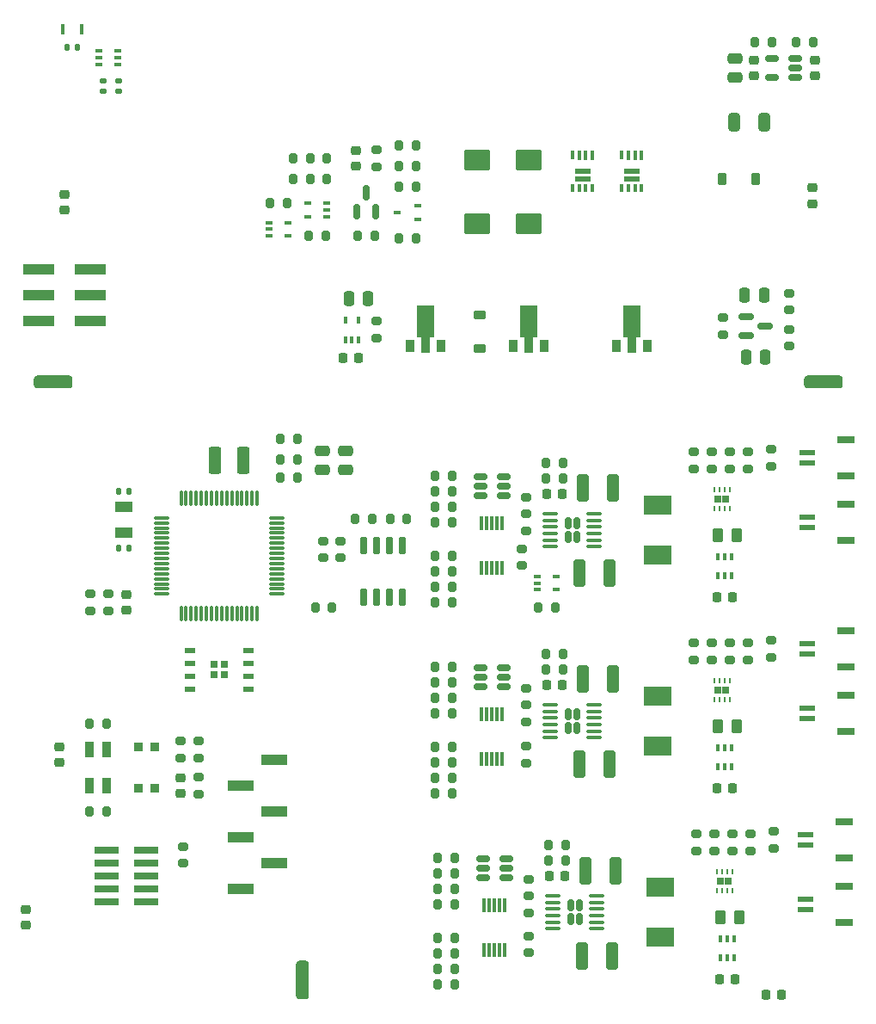
<source format=gbr>
%TF.GenerationSoftware,KiCad,Pcbnew,7.0.5*%
%TF.CreationDate,2023-06-30T17:38:18-04:00*%
%TF.ProjectId,magnetotorqer-drive-board,6d61676e-6574-46f7-946f-727165722d64,A*%
%TF.SameCoordinates,Original*%
%TF.FileFunction,Paste,Top*%
%TF.FilePolarity,Positive*%
%FSLAX46Y46*%
G04 Gerber Fmt 4.6, Leading zero omitted, Abs format (unit mm)*
G04 Created by KiCad (PCBNEW 7.0.5) date 2023-06-30 17:38:18*
%MOMM*%
%LPD*%
G01*
G04 APERTURE LIST*
G04 Aperture macros list*
%AMRoundRect*
0 Rectangle with rounded corners*
0 $1 Rounding radius*
0 $2 $3 $4 $5 $6 $7 $8 $9 X,Y pos of 4 corners*
0 Add a 4 corners polygon primitive as box body*
4,1,4,$2,$3,$4,$5,$6,$7,$8,$9,$2,$3,0*
0 Add four circle primitives for the rounded corners*
1,1,$1+$1,$2,$3*
1,1,$1+$1,$4,$5*
1,1,$1+$1,$6,$7*
1,1,$1+$1,$8,$9*
0 Add four rect primitives between the rounded corners*
20,1,$1+$1,$2,$3,$4,$5,0*
20,1,$1+$1,$4,$5,$6,$7,0*
20,1,$1+$1,$6,$7,$8,$9,0*
20,1,$1+$1,$8,$9,$2,$3,0*%
%AMFreePoly0*
4,1,9,3.862500,-0.866500,0.737500,-0.866500,0.737500,-0.450000,-0.737500,-0.450000,-0.737500,0.450000,0.737500,0.450000,0.737500,0.866500,3.862500,0.866500,3.862500,-0.866500,3.862500,-0.866500,$1*%
G04 Aperture macros list end*
%ADD10RoundRect,0.200000X0.275000X-0.200000X0.275000X0.200000X-0.275000X0.200000X-0.275000X-0.200000X0*%
%ADD11RoundRect,0.200000X-0.200000X-0.275000X0.200000X-0.275000X0.200000X0.275000X-0.200000X0.275000X0*%
%ADD12R,2.790000X1.903000*%
%ADD13RoundRect,0.200000X-0.275000X0.200000X-0.275000X-0.200000X0.275000X-0.200000X0.275000X0.200000X0*%
%ADD14RoundRect,0.200000X0.200000X0.275000X-0.200000X0.275000X-0.200000X-0.275000X0.200000X-0.275000X0*%
%ADD15RoundRect,0.225000X-0.250000X0.225000X-0.250000X-0.225000X0.250000X-0.225000X0.250000X0.225000X0*%
%ADD16R,1.550000X0.600000*%
%ADD17R,1.800000X0.800000*%
%ADD18RoundRect,0.225000X-0.225000X-0.250000X0.225000X-0.250000X0.225000X0.250000X-0.225000X0.250000X0*%
%ADD19RoundRect,0.225000X0.250000X-0.225000X0.250000X0.225000X-0.250000X0.225000X-0.250000X-0.225000X0*%
%ADD20RoundRect,0.250000X-0.262500X-0.450000X0.262500X-0.450000X0.262500X0.450000X-0.262500X0.450000X0*%
%ADD21R,2.400000X0.740000*%
%ADD22R,0.850000X1.600000*%
%ADD23RoundRect,0.140000X-0.140000X-0.170000X0.140000X-0.170000X0.140000X0.170000X-0.140000X0.170000X0*%
%ADD24RoundRect,0.250000X0.325000X1.100000X-0.325000X1.100000X-0.325000X-1.100000X0.325000X-1.100000X0*%
%ADD25RoundRect,0.150000X0.512500X0.150000X-0.512500X0.150000X-0.512500X-0.150000X0.512500X-0.150000X0*%
%ADD26R,0.340000X0.969500*%
%ADD27R,2.510000X1.000000*%
%ADD28R,0.300000X1.400000*%
%ADD29RoundRect,0.225000X-0.375000X0.225000X-0.375000X-0.225000X0.375000X-0.225000X0.375000X0.225000X0*%
%ADD30RoundRect,0.317500X-0.317500X1.587500X-0.317500X-1.587500X0.317500X-1.587500X0.317500X1.587500X0*%
%ADD31RoundRect,0.135000X0.185000X-0.135000X0.185000X0.135000X-0.185000X0.135000X-0.185000X-0.135000X0*%
%ADD32R,0.650000X0.400000*%
%ADD33RoundRect,0.250000X-0.250000X-0.475000X0.250000X-0.475000X0.250000X0.475000X-0.250000X0.475000X0*%
%ADD34R,0.700000X0.450000*%
%ADD35RoundRect,0.317500X-1.587500X-0.317500X1.587500X-0.317500X1.587500X0.317500X-1.587500X0.317500X0*%
%ADD36RoundRect,0.250000X0.475000X-0.250000X0.475000X0.250000X-0.475000X0.250000X-0.475000X-0.250000X0*%
%ADD37R,0.400000X0.650000*%
%ADD38RoundRect,0.225000X-0.225000X-0.375000X0.225000X-0.375000X0.225000X0.375000X-0.225000X0.375000X0*%
%ADD39R,1.800000X1.000000*%
%ADD40R,0.650000X0.750000*%
%ADD41R,0.250000X0.500000*%
%ADD42R,0.370000X1.000000*%
%ADD43RoundRect,0.250000X1.025000X-0.787500X1.025000X0.787500X-1.025000X0.787500X-1.025000X-0.787500X0*%
%ADD44R,0.800000X0.800000*%
%ADD45R,1.100000X0.500000*%
%ADD46RoundRect,0.150000X-0.587500X-0.150000X0.587500X-0.150000X0.587500X0.150000X-0.587500X0.150000X0*%
%ADD47R,3.150000X1.000000*%
%ADD48RoundRect,0.167500X-0.167500X-0.407500X0.167500X-0.407500X0.167500X0.407500X-0.167500X0.407500X0*%
%ADD49RoundRect,0.100000X-0.625000X-0.100000X0.625000X-0.100000X0.625000X0.100000X-0.625000X0.100000X0*%
%ADD50RoundRect,0.250000X0.325000X0.650000X-0.325000X0.650000X-0.325000X-0.650000X0.325000X-0.650000X0*%
%ADD51R,0.900000X1.300000*%
%ADD52FreePoly0,90.000000*%
%ADD53RoundRect,0.225000X0.225000X0.250000X-0.225000X0.250000X-0.225000X-0.250000X0.225000X-0.250000X0*%
%ADD54RoundRect,0.135000X-0.135000X-0.185000X0.135000X-0.185000X0.135000X0.185000X-0.135000X0.185000X0*%
%ADD55RoundRect,0.150000X0.150000X-0.725000X0.150000X0.725000X-0.150000X0.725000X-0.150000X-0.725000X0*%
%ADD56RoundRect,0.250000X-0.375000X-1.075000X0.375000X-1.075000X0.375000X1.075000X-0.375000X1.075000X0*%
%ADD57RoundRect,0.150000X0.150000X-0.587500X0.150000X0.587500X-0.150000X0.587500X-0.150000X-0.587500X0*%
%ADD58RoundRect,0.317500X1.587500X0.317500X-1.587500X0.317500X-1.587500X-0.317500X1.587500X-0.317500X0*%
%ADD59R,0.900000X0.900000*%
%ADD60RoundRect,0.250000X0.250000X0.475000X-0.250000X0.475000X-0.250000X-0.475000X0.250000X-0.475000X0*%
%ADD61RoundRect,0.075000X-0.662500X-0.075000X0.662500X-0.075000X0.662500X0.075000X-0.662500X0.075000X0*%
%ADD62RoundRect,0.075000X-0.075000X-0.662500X0.075000X-0.662500X0.075000X0.662500X-0.075000X0.662500X0*%
G04 APERTURE END LIST*
%TO.C,Q5*%
G36*
X129415000Y-68283500D02*
G01*
X129075000Y-68283500D01*
X129075000Y-67542600D01*
X129413000Y-67542600D01*
X129415000Y-68283500D01*
G37*
G36*
X129415000Y-65189000D02*
G01*
X129075000Y-65189000D01*
X129075000Y-64219500D01*
X129413000Y-64219500D01*
X129415000Y-65189000D01*
G37*
G36*
X129032000Y-67267500D02*
G01*
X127508000Y-67267500D01*
X127508000Y-66759500D01*
X129032000Y-66759500D01*
X129032000Y-67267500D01*
G37*
G36*
X129032000Y-66505500D02*
G01*
X127508000Y-66505500D01*
X127508000Y-65997500D01*
X129032000Y-65997500D01*
X129032000Y-66505500D01*
G37*
G36*
X128767000Y-65189000D02*
G01*
X128427000Y-65189000D01*
X128427000Y-64219500D01*
X128765000Y-64219500D01*
X128767000Y-65189000D01*
G37*
G36*
X128765000Y-68283500D02*
G01*
X128425000Y-68283500D01*
X128425000Y-67542600D01*
X128763000Y-67542600D01*
X128765000Y-68283500D01*
G37*
G36*
X128117000Y-65189000D02*
G01*
X127777000Y-65189000D01*
X127777000Y-64219500D01*
X128115000Y-64219500D01*
X128117000Y-65189000D01*
G37*
G36*
X128115000Y-68283500D02*
G01*
X127775000Y-68283500D01*
X127775000Y-67542600D01*
X128113000Y-67542600D01*
X128115000Y-68283500D01*
G37*
G36*
X127465000Y-68283500D02*
G01*
X127125000Y-68283500D01*
X127125000Y-67542600D01*
X127463000Y-67542600D01*
X127465000Y-68283500D01*
G37*
%TO.C,Q6*%
G36*
X124565000Y-68283500D02*
G01*
X124225000Y-68283500D01*
X124225000Y-67542600D01*
X124563000Y-67542600D01*
X124565000Y-68283500D01*
G37*
G36*
X124565000Y-65189000D02*
G01*
X124225000Y-65189000D01*
X124225000Y-64219500D01*
X124563000Y-64219500D01*
X124565000Y-65189000D01*
G37*
G36*
X124182000Y-67267500D02*
G01*
X122658000Y-67267500D01*
X122658000Y-66759500D01*
X124182000Y-66759500D01*
X124182000Y-67267500D01*
G37*
G36*
X124182000Y-66505500D02*
G01*
X122658000Y-66505500D01*
X122658000Y-65997500D01*
X124182000Y-65997500D01*
X124182000Y-66505500D01*
G37*
G36*
X123917000Y-65189000D02*
G01*
X123577000Y-65189000D01*
X123577000Y-64219500D01*
X123915000Y-64219500D01*
X123917000Y-65189000D01*
G37*
G36*
X123915000Y-68283500D02*
G01*
X123575000Y-68283500D01*
X123575000Y-67542600D01*
X123913000Y-67542600D01*
X123915000Y-68283500D01*
G37*
G36*
X123267000Y-65189000D02*
G01*
X122927000Y-65189000D01*
X122927000Y-64219500D01*
X123265000Y-64219500D01*
X123267000Y-65189000D01*
G37*
G36*
X123265000Y-68283500D02*
G01*
X122925000Y-68283500D01*
X122925000Y-67542600D01*
X123263000Y-67542600D01*
X123265000Y-68283500D01*
G37*
G36*
X122615000Y-68283500D02*
G01*
X122275000Y-68283500D01*
X122275000Y-67542600D01*
X122613000Y-67542600D01*
X122615000Y-68283500D01*
G37*
%TD*%
D10*
%TO.C,R28*%
X143764000Y-83502000D03*
X143764000Y-81852000D03*
%TD*%
D11*
%TO.C,R4*%
X96583000Y-65024000D03*
X98233000Y-65024000D03*
%TD*%
D12*
%TO.C,L2*%
X130810000Y-104026500D03*
X130810000Y-99173500D03*
%TD*%
D11*
%TO.C,R41*%
X104458000Y-100457000D03*
X106108000Y-100457000D03*
%TD*%
D13*
%TO.C,R90*%
X136144000Y-112713000D03*
X136144000Y-114363000D03*
%TD*%
D14*
%TO.C,R26*%
X146113000Y-53594000D03*
X144463000Y-53594000D03*
%TD*%
D11*
%TO.C,R67*%
X119825000Y-96520000D03*
X121475000Y-96520000D03*
%TD*%
D15*
%TO.C,C42*%
X71882000Y-122923000D03*
X71882000Y-124473000D03*
%TD*%
D16*
%TO.C,J2*%
X145528000Y-101338000D03*
X145528000Y-100338000D03*
D17*
X149353000Y-102638000D03*
X149353000Y-99038000D03*
%TD*%
D13*
%TO.C,R91*%
X137922000Y-112713000D03*
X137922000Y-114363000D03*
%TD*%
D11*
%TO.C,R79*%
X108903000Y-116586000D03*
X110553000Y-116586000D03*
%TD*%
D18*
%TO.C,C73*%
X120129000Y-135636000D03*
X121679000Y-135636000D03*
%TD*%
D19*
%TO.C,C2*%
X146050000Y-69482000D03*
X146050000Y-67932000D03*
%TD*%
D11*
%TO.C,R97*%
X109157000Y-133858000D03*
X110807000Y-133858000D03*
%TD*%
D20*
%TO.C,R74*%
X136755500Y-120904000D03*
X138580500Y-120904000D03*
%TD*%
D21*
%TO.C,P4*%
X76536000Y-133096000D03*
X80436000Y-133096000D03*
X76536000Y-134366000D03*
X80436000Y-134366000D03*
X76536000Y-135636000D03*
X80436000Y-135636000D03*
X76536000Y-136906000D03*
X80436000Y-136906000D03*
X76536000Y-138176000D03*
X80436000Y-138176000D03*
%TD*%
D19*
%TO.C,C30*%
X83820000Y-127521000D03*
X83820000Y-125971000D03*
%TD*%
D11*
%TO.C,R6*%
X96457000Y-72644000D03*
X98107000Y-72644000D03*
%TD*%
D13*
%TO.C,R111*%
X139954000Y-131509000D03*
X139954000Y-133159000D03*
%TD*%
D22*
%TO.C,D5*%
X74817000Y-126718000D03*
X76567000Y-126718000D03*
X76567000Y-123218000D03*
X74817000Y-123218000D03*
%TD*%
D11*
%TO.C,R58*%
X108903000Y-108712000D03*
X110553000Y-108712000D03*
%TD*%
D10*
%TO.C,R12*%
X142240000Y-132905000D03*
X142240000Y-131255000D03*
%TD*%
D13*
%TO.C,R66*%
X117475000Y-103442000D03*
X117475000Y-105092000D03*
%TD*%
D14*
%TO.C,R53*%
X76517000Y-129273000D03*
X74867000Y-129273000D03*
%TD*%
D23*
%TO.C,C28*%
X77752000Y-97790000D03*
X78712000Y-97790000D03*
%TD*%
D24*
%TO.C,C76*%
X126697000Y-135128000D03*
X123747000Y-135128000D03*
%TD*%
D15*
%TO.C,C14*%
X101092001Y-64248999D03*
X101092001Y-65798999D03*
%TD*%
D13*
%TO.C,R18*%
X103124001Y-64198999D03*
X103124001Y-65848999D03*
%TD*%
D16*
%TO.C,J4*%
X145528000Y-120134000D03*
X145528000Y-119134000D03*
D17*
X149353000Y-121434000D03*
X149353000Y-117834000D03*
%TD*%
D25*
%TO.C,U22*%
X115879500Y-135824000D03*
X115879500Y-134874000D03*
X115879500Y-133924000D03*
X113604500Y-133924000D03*
X113604500Y-134874000D03*
X113604500Y-135824000D03*
%TD*%
D26*
%TO.C,Q5*%
X127295000Y-64704250D03*
%TD*%
D14*
%TO.C,R5*%
X94297000Y-69453999D03*
X92647000Y-69453999D03*
%TD*%
D11*
%TO.C,R86*%
X119825000Y-115316000D03*
X121475000Y-115316000D03*
%TD*%
D13*
%TO.C,R85*%
X117856000Y-122873000D03*
X117856000Y-124523000D03*
%TD*%
D27*
%TO.C,P2*%
X89785000Y-136906000D03*
X93095000Y-134366000D03*
X89785000Y-131826000D03*
X93095000Y-129286000D03*
X89785000Y-126746000D03*
X93095000Y-124206000D03*
%TD*%
D19*
%TO.C,C12*%
X140335000Y-56909000D03*
X140335000Y-55359000D03*
%TD*%
D28*
%TO.C,U18*%
X115488000Y-119720000D03*
X114988000Y-119720000D03*
X114488000Y-119720000D03*
X113988000Y-119720000D03*
X113488000Y-119720000D03*
X113488000Y-124120000D03*
X113988000Y-124120000D03*
X114488000Y-124120000D03*
X114988000Y-124120000D03*
X115488000Y-124120000D03*
%TD*%
D16*
%TO.C,J7*%
X145367000Y-132580000D03*
X145367000Y-131580000D03*
D17*
X149192000Y-133880000D03*
X149192000Y-130280000D03*
%TD*%
D29*
%TO.C,D4*%
X113284000Y-80392000D03*
X113284000Y-83692000D03*
%TD*%
D30*
%TO.C,TP2*%
X95885000Y-145872200D03*
%TD*%
D11*
%TO.C,R9*%
X97092000Y-109220000D03*
X98742000Y-109220000D03*
%TD*%
D10*
%TO.C,R70*%
X134366000Y-95567000D03*
X134366000Y-93917000D03*
%TD*%
D31*
%TO.C,R33*%
X76200000Y-58422000D03*
X76200000Y-57402000D03*
%TD*%
D15*
%TO.C,C31*%
X78486000Y-107937000D03*
X78486000Y-109487000D03*
%TD*%
D25*
%TO.C,U5*%
X144393500Y-57084000D03*
X144393500Y-56134000D03*
X144393500Y-55184000D03*
X142118500Y-55184000D03*
X142118500Y-57084000D03*
%TD*%
D11*
%TO.C,R98*%
X109157000Y-135382000D03*
X110807000Y-135382000D03*
%TD*%
D10*
%TO.C,R38*%
X74930000Y-109537000D03*
X74930000Y-107887000D03*
%TD*%
D14*
%TO.C,R16*%
X102933001Y-72644001D03*
X101283001Y-72644001D03*
%TD*%
D13*
%TO.C,R73*%
X139700000Y-93917000D03*
X139700000Y-95567000D03*
%TD*%
D32*
%TO.C,U1*%
X92522000Y-71344000D03*
X92522000Y-71994000D03*
X92522000Y-72644000D03*
X94422000Y-72644000D03*
X94422000Y-71344000D03*
%TD*%
D11*
%TO.C,R56*%
X108903000Y-107188000D03*
X110553000Y-107188000D03*
%TD*%
%TO.C,R61*%
X108903000Y-99314000D03*
X110553000Y-99314000D03*
%TD*%
D19*
%TO.C,C15*%
X146304000Y-56909000D03*
X146304000Y-55359000D03*
%TD*%
D24*
%TO.C,C52*%
X126443000Y-97409000D03*
X123493000Y-97409000D03*
%TD*%
D33*
%TO.C,C26*%
X139512000Y-84582000D03*
X141412000Y-84582000D03*
%TD*%
D11*
%TO.C,R107*%
X120079000Y-132588000D03*
X121729000Y-132588000D03*
%TD*%
D14*
%TO.C,R62*%
X110553000Y-100838000D03*
X108903000Y-100838000D03*
%TD*%
D34*
%TO.C,Q3*%
X107172000Y-71008000D03*
X107172000Y-69708000D03*
X105172000Y-70358000D03*
%TD*%
D11*
%TO.C,R57*%
X108903000Y-105664000D03*
X110553000Y-105664000D03*
%TD*%
D13*
%TO.C,R40*%
X84074000Y-132716000D03*
X84074000Y-134366000D03*
%TD*%
D11*
%TO.C,R95*%
X109157000Y-143256000D03*
X110807000Y-143256000D03*
%TD*%
D23*
%TO.C,C29*%
X77752000Y-103378000D03*
X78712000Y-103378000D03*
%TD*%
D10*
%TO.C,R37*%
X85598000Y-127571000D03*
X85598000Y-125921000D03*
%TD*%
D25*
%TO.C,U13*%
X115625500Y-98232000D03*
X115625500Y-97282000D03*
X115625500Y-96332000D03*
X113350500Y-96332000D03*
X113350500Y-97282000D03*
X113350500Y-98232000D03*
%TD*%
D13*
%TO.C,R64*%
X117856000Y-98363000D03*
X117856000Y-100013000D03*
%TD*%
D35*
%TO.C,TP3*%
X147142200Y-86995000D03*
%TD*%
D36*
%TO.C,C11*%
X138430000Y-57084000D03*
X138430000Y-55184000D03*
%TD*%
D11*
%TO.C,R69*%
X119825000Y-94996000D03*
X121475000Y-94996000D03*
%TD*%
%TO.C,R17*%
X105347001Y-72898000D03*
X106997001Y-72898000D03*
%TD*%
D37*
%TO.C,U27*%
X136764000Y-106106000D03*
X137414000Y-106106000D03*
X138064000Y-106106000D03*
X138064000Y-104206000D03*
X137414000Y-104206000D03*
X136764000Y-104206000D03*
%TD*%
D38*
%TO.C,D3*%
X137161000Y-67056000D03*
X140461000Y-67056000D03*
%TD*%
D11*
%TO.C,R2*%
X96584000Y-67056000D03*
X98234000Y-67056000D03*
%TD*%
D12*
%TO.C,L3*%
X130810000Y-122822500D03*
X130810000Y-117969500D03*
%TD*%
D11*
%TO.C,R76*%
X108903000Y-124460000D03*
X110553000Y-124460000D03*
%TD*%
D16*
%TO.C,J6*%
X145367000Y-138930000D03*
X145367000Y-137930000D03*
D17*
X149192000Y-140230000D03*
X149192000Y-136630000D03*
%TD*%
D11*
%TO.C,R59*%
X108903000Y-96266000D03*
X110553000Y-96266000D03*
%TD*%
D10*
%TO.C,R10*%
X141986000Y-95313000D03*
X141986000Y-93663000D03*
%TD*%
D20*
%TO.C,R93*%
X137009500Y-139700000D03*
X138834500Y-139700000D03*
%TD*%
D39*
%TO.C,Y1*%
X78232000Y-99334000D03*
X78232000Y-101834000D03*
%TD*%
D40*
%TO.C,U25*%
X136995000Y-136144000D03*
X137795000Y-136144000D03*
D41*
X136645000Y-137094000D03*
X137145000Y-137094000D03*
X137645000Y-137094000D03*
X138145000Y-137094000D03*
X138145000Y-135194000D03*
X137645000Y-135194000D03*
X137145000Y-135194000D03*
X136645000Y-135194000D03*
%TD*%
D37*
%TO.C,U3*%
X100061000Y-82865000D03*
X100711000Y-82865000D03*
X101361000Y-82865000D03*
X101361000Y-80965000D03*
X100061000Y-80965000D03*
%TD*%
D32*
%TO.C,Q7*%
X75758000Y-54468000D03*
X75758000Y-55118000D03*
X75758000Y-55768000D03*
X77658000Y-55768000D03*
X77658000Y-55118000D03*
X77658000Y-54468000D03*
%TD*%
D42*
%TO.C,LED1*%
X72222000Y-52324000D03*
X74082000Y-52324000D03*
%TD*%
D10*
%TO.C,R89*%
X134366000Y-114363000D03*
X134366000Y-112713000D03*
%TD*%
D11*
%TO.C,R63*%
X108903000Y-104140000D03*
X110553000Y-104140000D03*
%TD*%
%TO.C,R99*%
X109157000Y-136906000D03*
X110807000Y-136906000D03*
%TD*%
D18*
%TO.C,C65*%
X136639000Y-127000000D03*
X138189000Y-127000000D03*
%TD*%
D13*
%TO.C,JP1*%
X85598000Y-122365000D03*
X85598000Y-124015000D03*
%TD*%
D11*
%TO.C,R82*%
X108903000Y-122936000D03*
X110553000Y-122936000D03*
%TD*%
D36*
%TO.C,C41*%
X97790000Y-95692000D03*
X97790000Y-93792000D03*
%TD*%
D43*
%TO.C,C18*%
X118086000Y-71438500D03*
X118086000Y-65213500D03*
%TD*%
%TO.C,C17*%
X113040500Y-71438500D03*
X113040500Y-65213500D03*
%TD*%
D44*
%TO.C,U11*%
X87130000Y-114816000D03*
X87130000Y-115816000D03*
X88130000Y-114816000D03*
X88130000Y-115816000D03*
D45*
X84730000Y-113411000D03*
X84730000Y-114681000D03*
X84730000Y-115951000D03*
X84730000Y-117221000D03*
X90530000Y-117221000D03*
X90530000Y-115951000D03*
X90530000Y-114681000D03*
X90530000Y-113411000D03*
%TD*%
D18*
%TO.C,C49*%
X119875000Y-98044000D03*
X121425000Y-98044000D03*
%TD*%
D14*
%TO.C,R19*%
X142049000Y-53594000D03*
X140399000Y-53594000D03*
%TD*%
%TO.C,R24*%
X106997001Y-63754000D03*
X105347001Y-63754000D03*
%TD*%
D10*
%TO.C,R108*%
X134620000Y-133159000D03*
X134620000Y-131509000D03*
%TD*%
D46*
%TO.C,U9*%
X139524500Y-80584000D03*
X139524500Y-82484000D03*
X141399500Y-81534000D03*
%TD*%
D11*
%TO.C,R75*%
X108903000Y-125984000D03*
X110553000Y-125984000D03*
%TD*%
D47*
%TO.C,P3*%
X74915000Y-81026000D03*
X69865000Y-81026000D03*
X74915000Y-78486000D03*
X69865000Y-78486000D03*
X74915000Y-75946000D03*
X69865000Y-75946000D03*
%TD*%
D48*
%TO.C,U19*%
X122018000Y-119686000D03*
X122018000Y-121106000D03*
X122838000Y-119686000D03*
X122838000Y-121106000D03*
D49*
X120278000Y-118771000D03*
X120278000Y-119421000D03*
X120278000Y-120071000D03*
X120278000Y-120721000D03*
X120278000Y-121371000D03*
X120278000Y-122021000D03*
X124578000Y-122021000D03*
X124578000Y-121371000D03*
X124578000Y-120721000D03*
X124578000Y-120071000D03*
X124578000Y-119421000D03*
X124578000Y-118771000D03*
%TD*%
D12*
%TO.C,L4*%
X131064000Y-141618500D03*
X131064000Y-136765500D03*
%TD*%
D50*
%TO.C,C16*%
X141302000Y-61468000D03*
X138352000Y-61468000D03*
%TD*%
D14*
%TO.C,R23*%
X106997001Y-65786000D03*
X105347001Y-65786000D03*
%TD*%
D51*
%TO.C,U8*%
X116610000Y-83484000D03*
D52*
X118110000Y-83396500D03*
D51*
X119610000Y-83484000D03*
%TD*%
D11*
%TO.C,R34*%
X101029000Y-100457000D03*
X102679000Y-100457000D03*
%TD*%
D24*
%TO.C,C48*%
X126062000Y-105791000D03*
X123112000Y-105791000D03*
%TD*%
D26*
%TO.C,Q6*%
X122445000Y-64704250D03*
%TD*%
D11*
%TO.C,R46*%
X93663000Y-96393000D03*
X95313000Y-96393000D03*
%TD*%
D51*
%TO.C,U6*%
X106450000Y-83484000D03*
D52*
X107950000Y-83396500D03*
D51*
X109450000Y-83484000D03*
%TD*%
D16*
%TO.C,J5*%
X145528000Y-113784000D03*
X145528000Y-112784000D03*
D17*
X149353000Y-115084000D03*
X149353000Y-111484000D03*
%TD*%
D10*
%TO.C,R44*%
X97917000Y-104330000D03*
X97917000Y-102680000D03*
%TD*%
D14*
%TO.C,R1*%
X96584000Y-67056000D03*
X94934000Y-67056000D03*
%TD*%
D11*
%TO.C,R96*%
X109157000Y-146304000D03*
X110807000Y-146304000D03*
%TD*%
%TO.C,R42*%
X93663000Y-92583000D03*
X95313000Y-92583000D03*
%TD*%
%TO.C,R105*%
X120079000Y-134112000D03*
X121729000Y-134112000D03*
%TD*%
D10*
%TO.C,R84*%
X117856000Y-120459000D03*
X117856000Y-118809000D03*
%TD*%
D31*
%TO.C,R31*%
X77724000Y-58422000D03*
X77724000Y-57402000D03*
%TD*%
D33*
%TO.C,C24*%
X139385000Y-78486000D03*
X141285000Y-78486000D03*
%TD*%
D14*
%TO.C,R81*%
X110553000Y-119634000D03*
X108903000Y-119634000D03*
%TD*%
D13*
%TO.C,R104*%
X118110000Y-141542000D03*
X118110000Y-143192000D03*
%TD*%
D48*
%TO.C,U24*%
X122272000Y-138482000D03*
X122272000Y-139902000D03*
X123092000Y-138482000D03*
X123092000Y-139902000D03*
D49*
X120532000Y-137567000D03*
X120532000Y-138217000D03*
X120532000Y-138867000D03*
X120532000Y-139517000D03*
X120532000Y-140167000D03*
X120532000Y-140817000D03*
X124832000Y-140817000D03*
X124832000Y-140167000D03*
X124832000Y-139517000D03*
X124832000Y-138867000D03*
X124832000Y-138217000D03*
X124832000Y-137567000D03*
%TD*%
D53*
%TO.C,C9*%
X101374000Y-84643000D03*
X99824000Y-84643000D03*
%TD*%
D10*
%TO.C,R7*%
X103139000Y-82674000D03*
X103139000Y-81024000D03*
%TD*%
%TO.C,R65*%
X117856000Y-101663000D03*
X117856000Y-100013000D03*
%TD*%
D32*
%TO.C,U4*%
X118938000Y-106157000D03*
X118938000Y-106807000D03*
X118938000Y-107457000D03*
X120838000Y-107457000D03*
X120838000Y-106157000D03*
%TD*%
D37*
%TO.C,U21*%
X136764000Y-124902000D03*
X137414000Y-124902000D03*
X138064000Y-124902000D03*
X138064000Y-123002000D03*
X137414000Y-123002000D03*
X136764000Y-123002000D03*
%TD*%
D36*
%TO.C,C40*%
X100076000Y-95692000D03*
X100076000Y-93792000D03*
%TD*%
D10*
%TO.C,R35*%
X83820000Y-124015000D03*
X83820000Y-122365000D03*
%TD*%
%TO.C,R11*%
X141986000Y-114109000D03*
X141986000Y-112459000D03*
%TD*%
D54*
%TO.C,R30*%
X72642000Y-54102000D03*
X73662000Y-54102000D03*
%TD*%
D13*
%TO.C,R83*%
X117856000Y-117159000D03*
X117856000Y-118809000D03*
%TD*%
D11*
%TO.C,R51*%
X74867000Y-120650000D03*
X76517000Y-120650000D03*
%TD*%
D51*
%TO.C,U7*%
X126770000Y-83484000D03*
D52*
X128270000Y-83396500D03*
D51*
X129770000Y-83484000D03*
%TD*%
D11*
%TO.C,R88*%
X119825000Y-113792000D03*
X121475000Y-113792000D03*
%TD*%
D13*
%TO.C,R110*%
X138176000Y-131509000D03*
X138176000Y-133159000D03*
%TD*%
D40*
%TO.C,U20*%
X136741000Y-117348000D03*
X137541000Y-117348000D03*
D41*
X136391000Y-118298000D03*
X136891000Y-118298000D03*
X137391000Y-118298000D03*
X137891000Y-118298000D03*
X137891000Y-116398000D03*
X137391000Y-116398000D03*
X136891000Y-116398000D03*
X136391000Y-116398000D03*
%TD*%
D11*
%TO.C,R60*%
X108903000Y-97790000D03*
X110553000Y-97790000D03*
%TD*%
%TO.C,R77*%
X108903000Y-127508000D03*
X110553000Y-127508000D03*
%TD*%
D55*
%TO.C,U10*%
X101854000Y-108239000D03*
X103124000Y-108239000D03*
X104394000Y-108239000D03*
X105664000Y-108239000D03*
X105664000Y-103089000D03*
X104394000Y-103089000D03*
X103124000Y-103089000D03*
X101854000Y-103089000D03*
%TD*%
D24*
%TO.C,C72*%
X126316000Y-143510000D03*
X123366000Y-143510000D03*
%TD*%
D25*
%TO.C,U17*%
X115625500Y-117028000D03*
X115625500Y-116078000D03*
X115625500Y-115128000D03*
X113350500Y-115128000D03*
X113350500Y-116078000D03*
X113350500Y-117028000D03*
%TD*%
D37*
%TO.C,U26*%
X137018000Y-143698000D03*
X137668000Y-143698000D03*
X138318000Y-143698000D03*
X138318000Y-141798000D03*
X137668000Y-141798000D03*
X137018000Y-141798000D03*
%TD*%
D16*
%TO.C,J3*%
X145528000Y-94988000D03*
X145528000Y-93988000D03*
D17*
X149353000Y-96288000D03*
X149353000Y-92688000D03*
%TD*%
D24*
%TO.C,C63*%
X126443000Y-116205000D03*
X123493000Y-116205000D03*
%TD*%
D13*
%TO.C,R71*%
X136144000Y-93917000D03*
X136144000Y-95567000D03*
%TD*%
D18*
%TO.C,C60*%
X119875000Y-116840000D03*
X121425000Y-116840000D03*
%TD*%
D11*
%TO.C,R101*%
X109157000Y-141732000D03*
X110807000Y-141732000D03*
%TD*%
D18*
%TO.C,C4*%
X141465000Y-147320000D03*
X143015000Y-147320000D03*
%TD*%
D56*
%TO.C,L1*%
X87246000Y-94742000D03*
X90046000Y-94742000D03*
%TD*%
D48*
%TO.C,U15*%
X122018000Y-100890000D03*
X122018000Y-102310000D03*
X122838000Y-100890000D03*
X122838000Y-102310000D03*
D49*
X120278000Y-99975000D03*
X120278000Y-100625000D03*
X120278000Y-101275000D03*
X120278000Y-101925000D03*
X120278000Y-102575000D03*
X120278000Y-103225000D03*
X124578000Y-103225000D03*
X124578000Y-102575000D03*
X124578000Y-101925000D03*
X124578000Y-101275000D03*
X124578000Y-100625000D03*
X124578000Y-99975000D03*
%TD*%
D14*
%TO.C,R100*%
X110807000Y-138430000D03*
X109157000Y-138430000D03*
%TD*%
D15*
%TO.C,C3*%
X68580000Y-138925000D03*
X68580000Y-140475000D03*
%TD*%
D10*
%TO.C,R45*%
X99568000Y-104330000D03*
X99568000Y-102680000D03*
%TD*%
D18*
%TO.C,C78*%
X136893000Y-145796000D03*
X138443000Y-145796000D03*
%TD*%
D14*
%TO.C,R3*%
X96583000Y-65024000D03*
X94933000Y-65024000D03*
%TD*%
D11*
%TO.C,R8*%
X119063000Y-109220000D03*
X120713000Y-109220000D03*
%TD*%
D28*
%TO.C,U23*%
X115742000Y-138516000D03*
X115242000Y-138516000D03*
X114742000Y-138516000D03*
X114242000Y-138516000D03*
X113742000Y-138516000D03*
X113742000Y-142916000D03*
X114242000Y-142916000D03*
X114742000Y-142916000D03*
X115242000Y-142916000D03*
X115742000Y-142916000D03*
%TD*%
D19*
%TO.C,C1*%
X72390000Y-70117000D03*
X72390000Y-68567000D03*
%TD*%
D32*
%TO.C,U2*%
X98232000Y-70754000D03*
X98232000Y-70104000D03*
X98232000Y-69454000D03*
X96332000Y-69454000D03*
X96332000Y-70754000D03*
%TD*%
D10*
%TO.C,R103*%
X118110000Y-139255000D03*
X118110000Y-137605000D03*
%TD*%
D28*
%TO.C,U14*%
X115488000Y-100924000D03*
X114988000Y-100924000D03*
X114488000Y-100924000D03*
X113988000Y-100924000D03*
X113488000Y-100924000D03*
X113488000Y-105324000D03*
X113988000Y-105324000D03*
X114488000Y-105324000D03*
X114988000Y-105324000D03*
X115488000Y-105324000D03*
%TD*%
D11*
%TO.C,R80*%
X108903000Y-118110000D03*
X110553000Y-118110000D03*
%TD*%
D13*
%TO.C,R92*%
X139700000Y-112713000D03*
X139700000Y-114363000D03*
%TD*%
D10*
%TO.C,R29*%
X143764000Y-79946000D03*
X143764000Y-78296000D03*
%TD*%
D57*
%TO.C,Q2*%
X101158001Y-70279500D03*
X103058001Y-70279500D03*
X102108001Y-68404500D03*
%TD*%
D11*
%TO.C,R78*%
X108903000Y-115062000D03*
X110553000Y-115062000D03*
%TD*%
D58*
%TO.C,TP1*%
X71297800Y-86995000D03*
%TD*%
D59*
%TO.C,SW1*%
X79718000Y-122918000D03*
X81318000Y-122918000D03*
X79718000Y-127018000D03*
X81318000Y-127018000D03*
%TD*%
D60*
%TO.C,C7*%
X102311000Y-78801000D03*
X100411000Y-78801000D03*
%TD*%
D13*
%TO.C,R72*%
X137922000Y-93917000D03*
X137922000Y-95567000D03*
%TD*%
D40*
%TO.C,U16*%
X136741000Y-98552000D03*
X137541000Y-98552000D03*
D41*
X136391000Y-99502000D03*
X136891000Y-99502000D03*
X137391000Y-99502000D03*
X137891000Y-99502000D03*
X137891000Y-97602000D03*
X137391000Y-97602000D03*
X136891000Y-97602000D03*
X136391000Y-97602000D03*
%TD*%
D11*
%TO.C,R47*%
X93663000Y-94615000D03*
X95313000Y-94615000D03*
%TD*%
D18*
%TO.C,C80*%
X136639000Y-108204000D03*
X138189000Y-108204000D03*
%TD*%
D13*
%TO.C,R27*%
X137287000Y-80709000D03*
X137287000Y-82359000D03*
%TD*%
%TO.C,R109*%
X136398000Y-131509000D03*
X136398000Y-133159000D03*
%TD*%
%TO.C,R39*%
X76708000Y-107887000D03*
X76708000Y-109537000D03*
%TD*%
D61*
%TO.C,U12*%
X81967500Y-100390000D03*
X81967500Y-100890000D03*
X81967500Y-101390000D03*
X81967500Y-101890000D03*
X81967500Y-102390000D03*
X81967500Y-102890000D03*
X81967500Y-103390000D03*
X81967500Y-103890000D03*
X81967500Y-104390000D03*
X81967500Y-104890000D03*
X81967500Y-105390000D03*
X81967500Y-105890000D03*
X81967500Y-106390000D03*
X81967500Y-106890000D03*
X81967500Y-107390000D03*
X81967500Y-107890000D03*
D62*
X83880000Y-109802500D03*
X84380000Y-109802500D03*
X84880000Y-109802500D03*
X85380000Y-109802500D03*
X85880000Y-109802500D03*
X86380000Y-109802500D03*
X86880000Y-109802500D03*
X87380000Y-109802500D03*
X87880000Y-109802500D03*
X88380000Y-109802500D03*
X88880000Y-109802500D03*
X89380000Y-109802500D03*
X89880000Y-109802500D03*
X90380000Y-109802500D03*
X90880000Y-109802500D03*
X91380000Y-109802500D03*
D61*
X93292500Y-107890000D03*
X93292500Y-107390000D03*
X93292500Y-106890000D03*
X93292500Y-106390000D03*
X93292500Y-105890000D03*
X93292500Y-105390000D03*
X93292500Y-104890000D03*
X93292500Y-104390000D03*
X93292500Y-103890000D03*
X93292500Y-103390000D03*
X93292500Y-102890000D03*
X93292500Y-102390000D03*
X93292500Y-101890000D03*
X93292500Y-101390000D03*
X93292500Y-100890000D03*
X93292500Y-100390000D03*
D62*
X91380000Y-98477500D03*
X90880000Y-98477500D03*
X90380000Y-98477500D03*
X89880000Y-98477500D03*
X89380000Y-98477500D03*
X88880000Y-98477500D03*
X88380000Y-98477500D03*
X87880000Y-98477500D03*
X87380000Y-98477500D03*
X86880000Y-98477500D03*
X86380000Y-98477500D03*
X85880000Y-98477500D03*
X85380000Y-98477500D03*
X84880000Y-98477500D03*
X84380000Y-98477500D03*
X83880000Y-98477500D03*
%TD*%
D13*
%TO.C,R102*%
X118110000Y-135955000D03*
X118110000Y-137605000D03*
%TD*%
D20*
%TO.C,R55*%
X136755500Y-102108000D03*
X138580500Y-102108000D03*
%TD*%
D11*
%TO.C,R94*%
X109157000Y-144780000D03*
X110807000Y-144780000D03*
%TD*%
D24*
%TO.C,C59*%
X126062000Y-124587000D03*
X123112000Y-124587000D03*
%TD*%
D14*
%TO.C,R14*%
X106997001Y-67818000D03*
X105347001Y-67818000D03*
%TD*%
M02*

</source>
